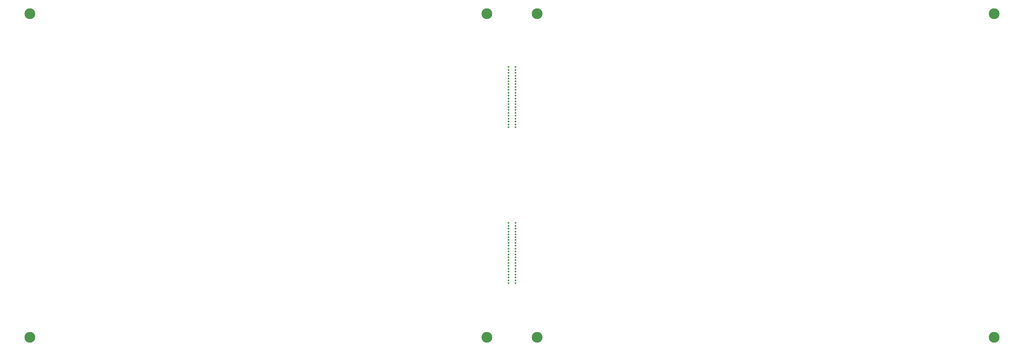
<source format=gbs>
G04 #@! TF.GenerationSoftware,KiCad,Pcbnew,(6.0.11-0)*
G04 #@! TF.CreationDate,2023-02-19T21:32:45+08:00*
G04 #@! TF.ProjectId,3.1HeatingElement,332e3148-6561-4746-996e-67456c656d65,rev?*
G04 #@! TF.SameCoordinates,Original*
G04 #@! TF.FileFunction,Soldermask,Bot*
G04 #@! TF.FilePolarity,Negative*
%FSLAX46Y46*%
G04 Gerber Fmt 4.6, Leading zero omitted, Abs format (unit mm)*
G04 Created by KiCad (PCBNEW (6.0.11-0)) date 2023-02-19 21:32:45*
%MOMM*%
%LPD*%
G01*
G04 APERTURE LIST*
%ADD10C,0.500000*%
%ADD11C,3.000000*%
G04 APERTURE END LIST*
D10*
X147025000Y-79000000D03*
X148975000Y-77400000D03*
X147025000Y-112000000D03*
X147025000Y-113600000D03*
X148975000Y-80600000D03*
X148975000Y-126350000D03*
X148975000Y-114400000D03*
X147025000Y-111200000D03*
X148975000Y-127150000D03*
D11*
X14000000Y-143000000D03*
X141000000Y-53000000D03*
D10*
X147025000Y-127950000D03*
X147025000Y-127150000D03*
X148975000Y-115200000D03*
X148975000Y-74200000D03*
X147025000Y-114400000D03*
X147025000Y-73400000D03*
X148975000Y-127950000D03*
X148975000Y-68650000D03*
X148975000Y-123950000D03*
X148975000Y-78200000D03*
X147025000Y-118350000D03*
X148975000Y-115950000D03*
X147025000Y-81400000D03*
X147025000Y-78200000D03*
X148975000Y-73400000D03*
X147025000Y-83000000D03*
X147025000Y-79800000D03*
X147025000Y-70250000D03*
X147025000Y-71050000D03*
X147025000Y-122350000D03*
X147025000Y-120750000D03*
D11*
X14000000Y-53000000D03*
D10*
X147025000Y-115950000D03*
X147025000Y-119950000D03*
X147025000Y-124750000D03*
X148975000Y-75800000D03*
X147025000Y-83800000D03*
X148975000Y-119950000D03*
X148975000Y-67850000D03*
X148975000Y-112800000D03*
D11*
X155000000Y-143000000D03*
D10*
X147025000Y-75800000D03*
X148975000Y-76600000D03*
X147025000Y-71850000D03*
X148975000Y-118350000D03*
X147025000Y-80600000D03*
X147025000Y-74200000D03*
X147025000Y-68650000D03*
X147025000Y-115200000D03*
X148975000Y-75000000D03*
X147025000Y-69450000D03*
X148975000Y-84600000D03*
X147025000Y-121550000D03*
X148975000Y-111200000D03*
X148975000Y-121550000D03*
X148975000Y-117550000D03*
X148975000Y-119150000D03*
X148975000Y-116750000D03*
X148975000Y-120750000D03*
X147025000Y-117550000D03*
X148975000Y-83800000D03*
X147025000Y-116750000D03*
D11*
X141000000Y-143000000D03*
D10*
X148975000Y-113600000D03*
X147025000Y-72600000D03*
X148975000Y-124750000D03*
X147025000Y-76600000D03*
X147025000Y-67850000D03*
X147025000Y-126350000D03*
X148975000Y-122350000D03*
X148975000Y-125550000D03*
D11*
X282000000Y-143000000D03*
D10*
X148975000Y-82200000D03*
X148975000Y-72600000D03*
X147025000Y-123950000D03*
X147025000Y-84600000D03*
X148975000Y-83000000D03*
X147025000Y-112800000D03*
X147025000Y-75000000D03*
X148975000Y-69450000D03*
X147025000Y-77400000D03*
X148975000Y-79800000D03*
X148975000Y-70250000D03*
X147025000Y-119150000D03*
X147025000Y-82200000D03*
D11*
X282000000Y-53000000D03*
D10*
X147025000Y-123150000D03*
D11*
X155000000Y-53000000D03*
D10*
X147025000Y-125550000D03*
X148975000Y-81400000D03*
X148975000Y-112000000D03*
X148975000Y-79000000D03*
X148975000Y-123150000D03*
X148975000Y-71050000D03*
X148975000Y-71850000D03*
M02*

</source>
